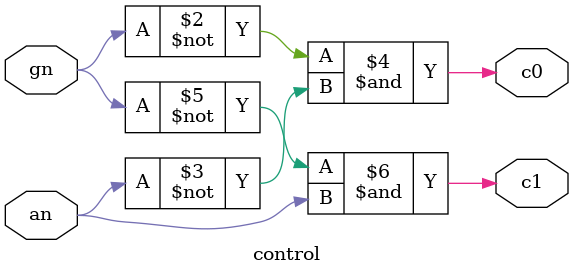
<source format=sv>
`timescale 1ns / 1ps


module control(
    input wire  gn, an,
    output reg  c0, c1
    );
    
    always_comb begin
        c0 = ~gn & ~an;
        c1 = ~gn & an;
    end
endmodule

</source>
